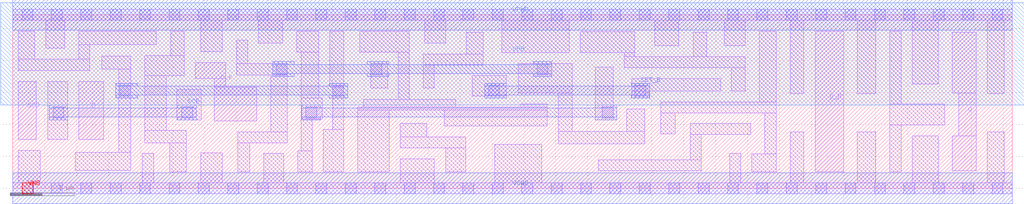
<source format=lef>
# Copyright 2020 The SkyWater PDK Authors
#
# Licensed under the Apache License, Version 2.0 (the "License");
# you may not use this file except in compliance with the License.
# You may obtain a copy of the License at
#
#     https://www.apache.org/licenses/LICENSE-2.0
#
# Unless required by applicable law or agreed to in writing, software
# distributed under the License is distributed on an "AS IS" BASIS,
# WITHOUT WARRANTIES OR CONDITIONS OF ANY KIND, either express or implied.
# See the License for the specific language governing permissions and
# limitations under the License.
#
# SPDX-License-Identifier: Apache-2.0

VERSION 5.7 ;
  NOWIREEXTENSIONATPIN ON ;
  DIVIDERCHAR "/" ;
  BUSBITCHARS "[]" ;
PROPERTYDEFINITIONS
  MACRO maskLayoutSubType STRING ;
  MACRO prCellType STRING ;
  MACRO originalViewName STRING ;
END PROPERTYDEFINITIONS
MACRO sky130_fd_sc_hdll__sdfsbp_2
  CLASS CORE ;
  FOREIGN sky130_fd_sc_hdll__sdfsbp_2 ;
  ORIGIN  0.000000  0.000000 ;
  SIZE  15.64000 BY  2.720000 ;
  SYMMETRY X Y R90 ;
  SITE unithd ;
  PIN CLK
    ANTENNAGATEAREA  0.178200 ;
    DIRECTION INPUT ;
    USE SIGNAL ;
    PORT
      LAYER li1 ;
        RECT 2.855000 1.720000 3.335000 1.970000 ;
        RECT 3.155000 1.055000 3.815000 1.590000 ;
        RECT 3.155000 1.590000 3.335000 1.720000 ;
    END
  END CLK
  PIN D
    ANTENNAGATEAREA  0.178200 ;
    DIRECTION INPUT ;
    USE SIGNAL ;
    PORT
      LAYER li1 ;
        RECT 1.030000 0.765000 1.425000 1.675000 ;
    END
  END D
  PIN Q
    ANTENNADIFFAREA  0.498000 ;
    DIRECTION OUTPUT ;
    USE SIGNAL ;
    PORT
      LAYER li1 ;
        RECT 14.700000 0.275000 15.080000 0.825000 ;
        RECT 14.700000 1.495000 15.080000 2.450000 ;
        RECT 14.805000 0.825000 15.080000 1.495000 ;
    END
  END Q
  PIN Q_N
    ANTENNADIFFAREA  0.498000 ;
    DIRECTION OUTPUT ;
    USE SIGNAL ;
    PORT
      LAYER li1 ;
        RECT 12.555000 0.255000 13.000000 2.465000 ;
    END
  END Q_N
  PIN SCD
    ANTENNAGATEAREA  0.178200 ;
    DIRECTION INPUT ;
    USE SIGNAL ;
    PORT
      LAYER li1 ;
        RECT 0.085000 0.765000 0.365000 1.675000 ;
    END
  END SCD
  PIN SCE
    ANTENNAGATEAREA  0.356400 ;
    DIRECTION INPUT ;
    USE SIGNAL ;
    PORT
      LAYER met1 ;
        RECT 0.570000 1.075000 0.860000 1.120000 ;
        RECT 0.570000 1.120000 2.875000 1.260000 ;
        RECT 0.570000 1.260000 0.860000 1.305000 ;
        RECT 2.585000 1.075000 2.875000 1.120000 ;
        RECT 2.585000 1.260000 2.875000 1.305000 ;
    END
  END SCE
  PIN SET_B
    ANTENNAGATEAREA  0.277200 ;
    DIRECTION INPUT ;
    USE SIGNAL ;
    PORT
      LAYER met1 ;
        RECT 7.385000 1.415000 7.725000 1.460000 ;
        RECT 7.385000 1.460000 9.965000 1.600000 ;
        RECT 7.385000 1.600000 7.725000 1.645000 ;
        RECT 9.675000 1.415000 9.965000 1.460000 ;
        RECT 9.675000 1.600000 9.965000 1.645000 ;
    END
  END SET_B
  PIN VGND
    ANTENNADIFFAREA  1.905350 ;
    DIRECTION INOUT ;
    USE SIGNAL ;
    PORT
      LAYER met1 ;
        RECT 0.000000 -0.240000 15.640000 0.240000 ;
    END
  END VGND
  PIN VNB
    PORT
      LAYER pwell ;
        RECT 0.150000 -0.085000 0.320000 0.085000 ;
    END
  END VNB
  PIN VPB
    PORT
      LAYER nwell ;
        RECT -0.190000 1.305000 15.830000 2.910000 ;
    END
  END VPB
  PIN VPWR
    ANTENNADIFFAREA  2.625500 ;
    DIRECTION INOUT ;
    USE SIGNAL ;
    PORT
      LAYER met1 ;
        RECT 0.000000 2.480000 15.640000 2.960000 ;
    END
  END VPWR
  OBS
    LAYER li1 ;
      RECT  0.000000 -0.085000 15.640000 0.085000 ;
      RECT  0.000000  2.635000 15.640000 2.805000 ;
      RECT  0.085000  0.085000  0.430000 0.595000 ;
      RECT  0.085000  1.845000  1.205000 2.025000 ;
      RECT  0.085000  2.025000  0.345000 2.465000 ;
      RECT  0.515000  2.195000  0.815000 2.635000 ;
      RECT  0.550000  0.765000  0.860000 1.675000 ;
      RECT  0.975000  0.280000  1.845000 0.560000 ;
      RECT  1.035000  2.025000  1.205000 2.255000 ;
      RECT  1.035000  2.255000  2.245000 2.465000 ;
      RECT  1.395000  1.870000  1.845000 2.075000 ;
      RECT  1.655000  0.560000  1.845000 1.870000 ;
      RECT  2.025000  0.085000  2.205000 0.545000 ;
      RECT  2.065000  0.715000  2.715000 0.905000 ;
      RECT  2.065000  0.905000  2.400000 1.770000 ;
      RECT  2.065000  1.770000  2.685000 2.085000 ;
      RECT  2.460000  0.255000  2.715000 0.715000 ;
      RECT  2.470000  2.085000  2.685000 2.465000 ;
      RECT  2.570000  1.075000  2.950000 1.550000 ;
      RECT  2.940000  0.085000  3.280000 0.555000 ;
      RECT  2.940000  2.140000  3.280000 2.635000 ;
      RECT  3.505000  1.775000  4.295000 1.955000 ;
      RECT  3.505000  1.955000  3.675000 2.325000 ;
      RECT  3.520000  0.255000  3.705000 0.715000 ;
      RECT  3.520000  0.715000  4.295000 0.885000 ;
      RECT  3.845000  2.275000  4.225000 2.635000 ;
      RECT  3.930000  0.085000  4.240000 0.545000 ;
      RECT  4.035000  0.885000  4.295000 1.775000 ;
      RECT  4.445000  2.135000  4.790000 2.465000 ;
      RECT  4.460000  0.255000  4.685000 0.585000 ;
      RECT  4.515000  0.585000  4.685000 1.090000 ;
      RECT  4.515000  1.090000  4.840000 1.420000 ;
      RECT  4.515000  1.420000  4.790000 2.135000 ;
      RECT  4.855000  0.255000  5.180000 0.920000 ;
      RECT  4.960000  1.590000  5.180000 2.465000 ;
      RECT  5.010000  0.920000  5.180000 1.590000 ;
      RECT  5.400000  0.255000  5.890000 1.225000 ;
      RECT  5.400000  1.225000  8.360000 1.275000 ;
      RECT  5.430000  2.135000  6.205000 2.465000 ;
      RECT  5.485000  1.275000  6.935000 1.395000 ;
      RECT  5.605000  1.575000  5.865000 1.955000 ;
      RECT  6.035000  1.395000  6.205000 2.135000 ;
      RECT  6.060000  0.085000  6.595000 0.465000 ;
      RECT  6.060000  0.635000  7.085000 0.805000 ;
      RECT  6.060000  0.805000  6.475000 1.015000 ;
      RECT  6.425000  1.575000  6.595000 1.935000 ;
      RECT  6.425000  1.935000  7.365000 2.105000 ;
      RECT  6.445000  2.275000  6.775000 2.635000 ;
      RECT  6.750000  0.975000  8.360000 1.225000 ;
      RECT  6.775000  0.255000  7.085000 0.635000 ;
      RECT  7.100000  2.105000  7.365000 2.450000 ;
      RECT  7.190000  1.445000  7.725000 1.765000 ;
      RECT  7.540000  0.085000  8.275000 0.690000 ;
      RECT  7.655000  2.125000  8.710000 2.635000 ;
      RECT  7.910000  1.495000  8.755000 1.955000 ;
      RECT  7.950000  1.275000  8.360000 1.325000 ;
      RECT  8.535000  0.695000  9.890000 0.895000 ;
      RECT  8.535000  0.895000  8.755000 1.495000 ;
      RECT  8.880000  2.125000  9.735000 2.460000 ;
      RECT  9.115000  1.075000  9.395000 1.905000 ;
      RECT  9.160000  0.275000 10.775000 0.445000 ;
      RECT  9.565000  1.895000 11.465000 2.065000 ;
      RECT  9.565000  2.065000  9.735000 2.125000 ;
      RECT  9.610000  0.895000  9.890000 1.245000 ;
      RECT  9.685000  1.415000  9.960000 1.525000 ;
      RECT  9.685000  1.525000 11.075000 1.725000 ;
      RECT 10.045000  2.235000 10.425000 2.635000 ;
      RECT 10.140000  0.855000 10.365000 1.185000 ;
      RECT 10.140000  1.185000 11.945000 1.355000 ;
      RECT 10.605000  0.445000 10.775000 0.845000 ;
      RECT 10.605000  0.845000 11.545000 1.015000 ;
      RECT 10.645000  2.065000 10.860000 2.450000 ;
      RECT 11.135000  2.235000 11.465000 2.635000 ;
      RECT 11.220000  0.085000 11.390000 0.545000 ;
      RECT 11.245000  1.525000 11.465000 1.895000 ;
      RECT 11.560000  0.255000 11.945000 0.540000 ;
      RECT 11.685000  1.355000 11.945000 2.465000 ;
      RECT 11.765000  0.540000 11.945000 1.185000 ;
      RECT 12.170000  0.085000 12.380000 0.885000 ;
      RECT 12.170000  1.485000 12.380000 2.635000 ;
      RECT 13.215000  0.085000 13.505000 0.885000 ;
      RECT 13.215000  1.485000 13.505000 2.635000 ;
      RECT 13.720000  0.255000 13.905000 0.995000 ;
      RECT 13.720000  0.995000 14.585000 1.325000 ;
      RECT 13.720000  1.325000 13.905000 2.465000 ;
      RECT 14.075000  0.085000 14.480000 0.825000 ;
      RECT 14.075000  1.635000 14.480000 2.635000 ;
      RECT 15.250000  0.085000 15.515000 0.885000 ;
      RECT 15.250000  1.485000 15.515000 2.635000 ;
    LAYER mcon ;
      RECT  0.145000 -0.085000  0.315000 0.085000 ;
      RECT  0.145000  2.635000  0.315000 2.805000 ;
      RECT  0.605000 -0.085000  0.775000 0.085000 ;
      RECT  0.605000  2.635000  0.775000 2.805000 ;
      RECT  0.630000  1.105000  0.800000 1.275000 ;
      RECT  1.065000 -0.085000  1.235000 0.085000 ;
      RECT  1.065000  2.635000  1.235000 2.805000 ;
      RECT  1.525000 -0.085000  1.695000 0.085000 ;
      RECT  1.525000  2.635000  1.695000 2.805000 ;
      RECT  1.675000  1.445000  1.845000 1.615000 ;
      RECT  1.985000 -0.085000  2.155000 0.085000 ;
      RECT  1.985000  2.635000  2.155000 2.805000 ;
      RECT  2.445000 -0.085000  2.615000 0.085000 ;
      RECT  2.445000  2.635000  2.615000 2.805000 ;
      RECT  2.645000  1.105000  2.815000 1.275000 ;
      RECT  2.905000 -0.085000  3.075000 0.085000 ;
      RECT  2.905000  2.635000  3.075000 2.805000 ;
      RECT  3.365000 -0.085000  3.535000 0.085000 ;
      RECT  3.365000  2.635000  3.535000 2.805000 ;
      RECT  3.825000 -0.085000  3.995000 0.085000 ;
      RECT  3.825000  2.635000  3.995000 2.805000 ;
      RECT  4.125000  1.785000  4.295000 1.955000 ;
      RECT  4.285000 -0.085000  4.455000 0.085000 ;
      RECT  4.285000  2.635000  4.455000 2.805000 ;
      RECT  4.585000  1.105000  4.755000 1.275000 ;
      RECT  4.745000 -0.085000  4.915000 0.085000 ;
      RECT  4.745000  2.635000  4.915000 2.805000 ;
      RECT  5.010000  1.445000  5.180000 1.615000 ;
      RECT  5.205000 -0.085000  5.375000 0.085000 ;
      RECT  5.205000  2.635000  5.375000 2.805000 ;
      RECT  5.605000  1.785000  5.775000 1.955000 ;
      RECT  5.665000 -0.085000  5.835000 0.085000 ;
      RECT  5.665000  2.635000  5.835000 2.805000 ;
      RECT  6.125000 -0.085000  6.295000 0.085000 ;
      RECT  6.125000  2.635000  6.295000 2.805000 ;
      RECT  6.585000 -0.085000  6.755000 0.085000 ;
      RECT  6.585000  2.635000  6.755000 2.805000 ;
      RECT  7.045000 -0.085000  7.215000 0.085000 ;
      RECT  7.045000  2.635000  7.215000 2.805000 ;
      RECT  7.445000  1.445000  7.615000 1.615000 ;
      RECT  7.505000 -0.085000  7.675000 0.085000 ;
      RECT  7.505000  2.635000  7.675000 2.805000 ;
      RECT  7.965000 -0.085000  8.135000 0.085000 ;
      RECT  7.965000  2.635000  8.135000 2.805000 ;
      RECT  8.205000  1.785000  8.375000 1.955000 ;
      RECT  8.425000 -0.085000  8.595000 0.085000 ;
      RECT  8.425000  2.635000  8.595000 2.805000 ;
      RECT  8.885000 -0.085000  9.055000 0.085000 ;
      RECT  8.885000  2.635000  9.055000 2.805000 ;
      RECT  9.225000  1.105000  9.395000 1.275000 ;
      RECT  9.345000 -0.085000  9.515000 0.085000 ;
      RECT  9.345000  2.635000  9.515000 2.805000 ;
      RECT  9.735000  1.445000  9.905000 1.615000 ;
      RECT  9.805000 -0.085000  9.975000 0.085000 ;
      RECT  9.805000  2.635000  9.975000 2.805000 ;
      RECT 10.265000 -0.085000 10.435000 0.085000 ;
      RECT 10.265000  2.635000 10.435000 2.805000 ;
      RECT 10.725000 -0.085000 10.895000 0.085000 ;
      RECT 10.725000  2.635000 10.895000 2.805000 ;
      RECT 11.185000 -0.085000 11.355000 0.085000 ;
      RECT 11.185000  2.635000 11.355000 2.805000 ;
      RECT 11.645000 -0.085000 11.815000 0.085000 ;
      RECT 11.645000  2.635000 11.815000 2.805000 ;
      RECT 12.105000 -0.085000 12.275000 0.085000 ;
      RECT 12.105000  2.635000 12.275000 2.805000 ;
      RECT 12.565000 -0.085000 12.735000 0.085000 ;
      RECT 12.565000  2.635000 12.735000 2.805000 ;
      RECT 13.025000 -0.085000 13.195000 0.085000 ;
      RECT 13.025000  2.635000 13.195000 2.805000 ;
      RECT 13.485000 -0.085000 13.655000 0.085000 ;
      RECT 13.485000  2.635000 13.655000 2.805000 ;
      RECT 13.945000 -0.085000 14.115000 0.085000 ;
      RECT 13.945000  2.635000 14.115000 2.805000 ;
      RECT 14.405000 -0.085000 14.575000 0.085000 ;
      RECT 14.405000  2.635000 14.575000 2.805000 ;
      RECT 14.865000 -0.085000 15.035000 0.085000 ;
      RECT 14.865000  2.635000 15.035000 2.805000 ;
      RECT 15.325000 -0.085000 15.495000 0.085000 ;
      RECT 15.325000  2.635000 15.495000 2.805000 ;
    LAYER met1 ;
      RECT 1.615000 1.415000 1.955000 1.460000 ;
      RECT 1.615000 1.460000 5.240000 1.600000 ;
      RECT 1.615000 1.600000 1.955000 1.645000 ;
      RECT 4.065000 1.755000 4.405000 1.800000 ;
      RECT 4.065000 1.800000 8.435000 1.940000 ;
      RECT 4.065000 1.940000 4.405000 1.985000 ;
      RECT 4.525000 1.075000 4.815000 1.120000 ;
      RECT 4.525000 1.120000 9.455000 1.260000 ;
      RECT 4.525000 1.260000 4.815000 1.305000 ;
      RECT 4.950000 1.415000 5.240000 1.460000 ;
      RECT 4.950000 1.600000 5.240000 1.645000 ;
      RECT 5.545000 1.755000 5.885000 1.800000 ;
      RECT 5.545000 1.940000 5.885000 1.985000 ;
      RECT 8.145000 1.755000 8.435000 1.800000 ;
      RECT 8.145000 1.940000 8.435000 1.985000 ;
      RECT 9.115000 1.075000 9.455000 1.120000 ;
      RECT 9.115000 1.260000 9.455000 1.305000 ;
  END
  PROPERTY maskLayoutSubType "abstract" ;
  PROPERTY prCellType "standard" ;
  PROPERTY originalViewName "layout" ;
END sky130_fd_sc_hdll__sdfsbp_2
END LIBRARY

</source>
